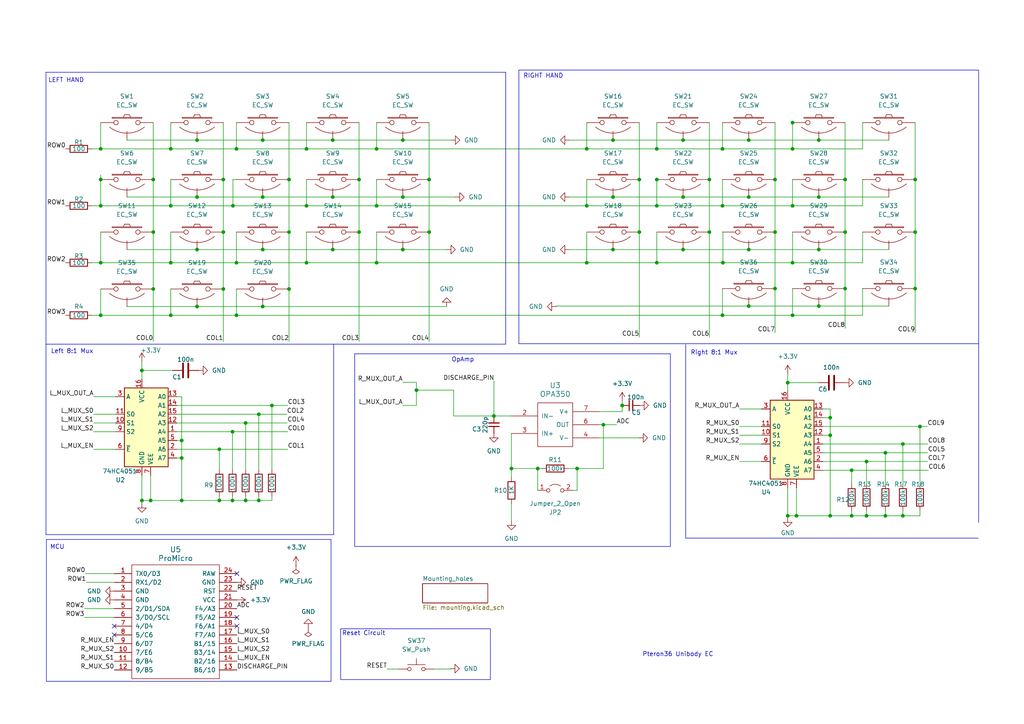
<source format=kicad_sch>
(kicad_sch (version 20230121) (generator eeschema)
  (paper "A4")
  (lib_symbols
    (symbol "74xx:74HC4051"
      (property "Reference" "U" (at -5.08 11.43 0))
      (property "Value" "74HC4051" (at -7.62 -13.97 0))
      (symbol "74HC4051_0_1"
        (rectangle (start -5.08 10.16) (end 7.62 -12.7) (stroke (width 0.254)) (fill (type background)))
      )
      (symbol "74HC4051_1_1"
        (pin passive line (at 10.16 -2.54 180) (length 2.54) (name "A4") (number "1"))
        (pin input line (at -7.62 0 0) (length 2.54) (name "S1") (number "10"))
        (pin input line (at -7.62 2.54 0) (length 2.54) (name "S0") (number "11"))
        (pin passive line (at 10.16 0 180) (length 2.54) (name "A3") (number "12"))
        (pin passive line (at 10.16 7.62 180) (length 2.54) (name "A0") (number "13"))
        (pin passive line (at 10.16 5.08 180) (length 2.54) (name "A1") (number "14"))
        (pin passive line (at 10.16 2.54 180) (length 2.54) (name "A2") (number "15"))
        (pin power_in line (at 0 12.7 270) (length 2.54) (name "VCC") (number "16"))
        (pin passive line (at 10.16 -7.62 180) (length 2.54) (name "A6") (number "2"))
        (pin passive line (at -7.62 7.62 0) (length 2.54) (name "A") (number "3"))
        (pin passive line (at 10.16 -10.16 180) (length 2.54) (name "A7") (number "4"))
        (pin passive line (at 10.16 -5.08 180) (length 2.54) (name "A5") (number "5"))
        (pin input line (at -7.62 -7.62 0) (length 2.54) (name "~{E}") (number "6"))
        (pin power_in line (at 2.54 -15.24 90) (length 2.54) (name "VEE") (number "7"))
        (pin power_in line (at 0 -15.24 90) (length 2.54) (name "GND") (number "8"))
        (pin input line (at -7.62 -2.54 0) (length 2.54) (name "S2") (number "9"))
      )
    )
    (symbol "Device:C" (pin_numbers hide) (pin_names (offset 0.254))
      (property "Reference" "C" (at 0.635 2.54 0))
      (property "Value" "C" (at 0.635 -2.54 0))
      (symbol "C_0_1"
        (polyline (pts (xy -2.032 -0.762) (xy 2.032 -0.762)) (stroke (width 0.508)))
        (polyline (pts (xy -2.032 0.762) (xy 2.032 0.762)) (stroke (width 0.508)))
      )
      (symbol "C_1_1"
        (pin passive line (at 0 3.81 270) (length 2.794) (name "~") (number "1"))
        (pin passive line (at 0 -3.81 90) (length 2.794) (name "~") (number "2"))
      )
    )
    (symbol "Device:C_Small" (pin_numbers hide) (pin_names (offset 0.254) hide)
      (property "Reference" "C" (at 0.254 1.778 0))
      (property "Value" "C_Small" (at 0.254 -2.032 0))
      (symbol "C_Small_0_1"
        (polyline (pts (xy -1.524 -0.508) (xy 1.524 -0.508)) (stroke (width 0.3302)))
        (polyline (pts (xy -1.524 0.508) (xy 1.524 0.508)) (stroke (width 0.3048)))
      )
      (symbol "C_Small_1_1"
        (pin passive line (at 0 2.54 270) (length 2.032) (name "~") (number "1"))
        (pin passive line (at 0 -2.54 90) (length 2.032) (name "~") (number "2"))
      )
    )
    (symbol "Device:R" (pin_numbers hide) (pin_names (offset 0))
      (property "Reference" "R" (at 2.032 0 90))
      (property "Value" "R" (at 0 0 90))
      (symbol "R_0_1"
        (rectangle (start -1.016 -2.54) (end 1.016 2.54) (stroke (width 0.254)))
      )
      (symbol "R_1_1"
        (pin passive line (at 0 3.81 270) (length 1.27) (name "~") (number "1"))
        (pin passive line (at 0 -3.81 90) (length 1.27) (name "~") (number "2"))
      )
    )
    (symbol "Jumper:Jumper_2_Open" (pin_names (offset 0) hide)
      (property "Reference" "JP" (at 0 2.794 0))
      (property "Value" "Jumper_2_Open" (at 0 -2.286 0))
      (symbol "Jumper_2_Open_0_0"
        (circle (center -2.032 0) (radius 0.508))
        (circle (center 2.032 0) (radius 0.508))
      )
      (symbol "Jumper_2_Open_0_1"
        (arc (start 1.524 1.27) (mid 0 1.778) (end -1.524 1.27))
      )
      (symbol "Jumper_2_Open_1_1"
        (pin passive line (at -5.08 0 0) (length 2.54) (name "A") (number "1"))
        (pin passive line (at 5.08 0 180) (length 2.54) (name "B") (number "2"))
      )
    )
    (symbol "Switch:SW_Push" (pin_numbers hide) (pin_names (offset 1.016) hide)
      (property "Reference" "SW" (at 1.27 2.54 0))
      (property "Value" "SW_Push" (at 0 -1.524 0))
      (symbol "SW_Push_0_1"
        (circle (center -2.032 0) (radius 0.508))
        (polyline (pts (xy 0 1.27) (xy 0 3.048)))
        (polyline (pts (xy 2.54 1.27) (xy -2.54 1.27)))
        (circle (center 2.032 0) (radius 0.508))
        (pin passive line (at -5.08 0 0) (length 2.54) (name "1") (number "1"))
        (pin passive line (at 5.08 0 180) (length 2.54) (name "2") (number "2"))
      )
    )
    (symbol "power:+3.3V" (power) (pin_names (offset 0))
      (property "Value" "+3.3V" (at 0 3.556 0))
      (symbol "+3.3V_0_1"
        (polyline (pts (xy -0.762 1.27) (xy 0 2.54)))
        (polyline (pts (xy 0 0) (xy 0 2.54)))
        (polyline (pts (xy 0 2.54) (xy 0.762 1.27)))
      )
      (symbol "+3.3V_1_1"
        (pin power_in line (at 0 0 90) (length 0) hide (name "+3.3V") (number "1"))
      )
    )
    (symbol "power:GND" (power) (pin_names (offset 0))
      (property "Value" "GND" (at 0 -3.81 0))
      (symbol "GND_0_1"
        (polyline (pts (xy 0 0) (xy 0 -1.27) (xy 1.27 -1.27) (xy 0 -2.54) (xy -1.27 -1.27) (xy 0 -1.27)))
      )
      (symbol "GND_1_1"
        (pin power_in line (at 0 0 270) (length 0) hide (name "GND") (number "1"))
      )
    )
    (symbol "power:PWR_FLAG" (power) (pin_numbers hide) (pin_names (offset 0) hide)
      (property "Value" "PWR_FLAG" (at 0 3.81 0))
      (symbol "PWR_FLAG_0_0"
        (pin power_out line (at 0 0 90) (length 0) (name "pwr") (number "1"))
      )
      (symbol "PWR_FLAG_0_1"
        (polyline (pts (xy 0 0) (xy 0 1.27) (xy -1.016 1.905) (xy 0 2.54) (xy 1.016 1.905) (xy 0 1.27)))
      )
    )
    (symbol "pteron_unibody:EC_SW" (pin_numbers hide) (pin_names (offset 1.016) hide)
      (property "Reference" "SW" (at 3.81 2.794 0))
      (property "Value" "EC_SW" (at -3.81 3.81 0))
      (symbol "EC_SW_0_1"
        (arc (start -5.08 -1.27) (mid 0 -3.052) (end 5.08 -1.27))
        (rectangle (start -4.318 1.27) (end 4.318 1.524))
        (polyline (pts (xy -1.016 1.524) (xy -0.762 2.286) (xy 0.762 2.286) (xy 1.016 1.524)))
        (pin passive inverted (at -7.62 0 0) (length 5.08) (name "1") (number "1"))
        (pin passive inverted (at 7.62 0 180) (length 5.08) (name "2") (number "2"))
      )
      (symbol "EC_SW_1_1"
        (pin input line (at 0 -5.08 90) (length 2.54) (name "SG") (number "3"))
      )
    )
    (symbol "pteron_unibody:OPA350" (pin_names (offset 1.016))
      (property "Reference" "U" (at 8.89 -7.62 0))
      (property "Value" "OPA350" (at 5.08 7.62 0))
      (symbol "OPA350_0_1"
        (rectangle (start 0 -6.35) (end 10.16 6.35))
        (pin input line (at -7.62 2.54 0) (length 7.62) (name "IN-") (number "2"))
        (pin input line (at -7.62 -2.54 0) (length 7.62) (name "IN+") (number "3"))
        (pin input line (at 17.78 -3.81 180) (length 7.62) (name "V-") (number "4"))
        (pin input line (at 17.78 0 180) (length 7.62) (name "OUT") (number "6"))
        (pin input line (at 17.78 3.81 180) (length 7.62) (name "V+") (number "7"))
      )
    )
    (symbol "pteron_unibody:ProMicro" (pin_names (offset 1.016))
      (property "Reference" "U" (at 0 19.05 0))
      (property "Value" "ProMicro" (at 0 -19.05 0))
      (symbol "ProMicro_0_1"
        (rectangle (start -12.7 16.51) (end 12.7 -16.51))
      )
      (symbol "ProMicro_1_1"
        (pin bidirectional line (at -17.78 13.97 0) (length 5.08) (name "TX0/D3") (number "1"))
        (pin bidirectional line (at -17.78 -8.89 0) (length 5.08) (name "7/E6") (number "10"))
        (pin bidirectional line (at -17.78 -11.43 0) (length 5.08) (name "8/B4") (number "11"))
        (pin bidirectional line (at -17.78 -13.97 0) (length 5.08) (name "9/B5") (number "12"))
        (pin bidirectional line (at 17.78 -13.97 180) (length 5.08) (name "B6/10") (number "13"))
        (pin bidirectional line (at 17.78 -11.43 180) (length 5.08) (name "B2/16") (number "14"))
        (pin bidirectional line (at 17.78 -8.89 180) (length 5.08) (name "B3/14") (number "15"))
        (pin bidirectional line (at 17.78 -6.35 180) (length 5.08) (name "B1/15") (number "16"))
        (pin bidirectional line (at 17.78 -3.81 180) (length 5.08) (name "F7/A0") (number "17"))
        (pin bidirectional line (at 17.78 -1.27 180) (length 5.08) (name "F6/A1") (number "18"))
        (pin bidirectional line (at 17.78 1.27 180) (length 5.08) (name "F5/A2") (number "19"))
        (pin bidirectional line (at -17.78 11.43 0) (length 5.08) (name "RX1/D2") (number "2"))
        (pin bidirectional line (at 17.78 3.81 180) (length 5.08) (name "F4/A3") (number "20"))
        (pin power_in line (at 17.78 6.35 180) (length 5.08) (name "VCC") (number "21"))
        (pin input line (at 17.78 8.89 180) (length 5.08) (name "RST") (number "22"))
        (pin power_in line (at 17.78 11.43 180) (length 5.08) (name "GND") (number "23"))
        (pin power_out line (at 17.78 13.97 180) (length 5.08) (name "RAW") (number "24"))
        (pin power_in line (at -17.78 8.89 0) (length 5.08) (name "GND") (number "3"))
        (pin power_in line (at -17.78 6.35 0) (length 5.08) (name "GND") (number "4"))
        (pin bidirectional line (at -17.78 3.81 0) (length 5.08) (name "2/D1/SDA") (number "5"))
        (pin bidirectional line (at -17.78 1.27 0) (length 5.08) (name "3/D0/SCL") (number "6"))
        (pin bidirectional line (at -17.78 -1.27 0) (length 5.08) (name "4/D4") (number "7"))
        (pin bidirectional line (at -17.78 -3.81 0) (length 5.08) (name "5/C6") (number "8"))
        (pin bidirectional line (at -17.78 -6.35 0) (length 5.08) (name "6/D7") (number "9"))
      )
    )
  )
  (junction (at 247.015 149.606))
  (junction (at 67.437 145.161))
  (junction (at 78.867 117.602))
  (junction (at 67.437 125.222))
  (junction (at 68.58 76.2))
  (junction (at 104.14 67.31))
  (junction (at 57.15 57.15))
  (junction (at 217.17 57.15))
  (junction (at 167.386 135.89))
  (junction (at 245.11 67.31))
  (junction (at 41.148 145.161))
  (junction (at 29.21 91.44))
  (junction (at 29.21 76.2))
  (junction (at 116.84 57.15))
  (junction (at 245.11 52.07))
  (junction (at 109.22 43.18))
  (junction (at 261.874 149.606))
  (junction (at 43.688 145.161))
  (junction (at 209.55 43.18))
  (junction (at 209.55 59.69))
  (junction (at 190.5 43.18))
  (junction (at 67.564 59.69))
  (junction (at 237.49 88.773))
  (junction (at 251.333 133.858))
  (junction (at 120.777 113.157))
  (junction (at 83.82 83.82))
  (junction (at 209.677 76.2))
  (junction (at 124.46 67.31))
  (junction (at 185.42 67.31))
  (junction (at 177.8 57.15))
  (junction (at 265.43 83.693))
  (junction (at 49.53 91.44))
  (junction (at 265.43 52.07))
  (junction (at 237.49 40.64))
  (junction (at 177.8 72.39))
  (junction (at 229.87 59.69))
  (junction (at 44.45 52.07))
  (junction (at 185.42 52.07))
  (junction (at 109.22 59.69))
  (junction (at 83.82 52.07))
  (junction (at 224.79 83.693))
  (junction (at 49.53 43.18))
  (junction (at 64.77 67.31))
  (junction (at 63.627 130.302))
  (junction (at 75.057 145.161))
  (junction (at 49.53 76.2))
  (junction (at 229.87 43.18))
  (junction (at 266.827 123.698))
  (junction (at 52.705 132.842))
  (junction (at 170.18 43.18))
  (junction (at 29.21 52.07))
  (junction (at 57.15 40.64))
  (junction (at 155.956 135.89))
  (junction (at 217.17 40.64))
  (junction (at 71.247 122.682))
  (junction (at 265.43 67.31))
  (junction (at 256.794 149.606))
  (junction (at 88.9 59.69))
  (junction (at 251.333 149.606))
  (junction (at 190.5 52.07))
  (junction (at 224.79 67.31))
  (junction (at 198.12 40.64))
  (junction (at 209.55 91.44))
  (junction (at 83.82 67.31))
  (junction (at 76.2 40.64))
  (junction (at 49.53 59.69))
  (junction (at 148.336 135.89))
  (junction (at 143.256 120.65))
  (junction (at 109.22 76.2))
  (junction (at 224.79 52.07))
  (junction (at 64.77 52.07))
  (junction (at 116.84 72.39))
  (junction (at 52.705 145.161))
  (junction (at 64.77 83.82))
  (junction (at 237.49 72.39))
  (junction (at 88.9 43.18))
  (junction (at 237.49 57.15))
  (junction (at 190.5 76.2))
  (junction (at 41.148 107.442))
  (junction (at 247.015 136.398))
  (junction (at 68.58 43.18))
  (junction (at 177.8 40.64))
  (junction (at 170.18 76.2))
  (junction (at 44.45 83.82))
  (junction (at 261.874 128.778))
  (junction (at 228.473 110.998))
  (junction (at 124.46 52.07))
  (junction (at 170.18 59.69))
  (junction (at 198.12 57.15))
  (junction (at 245.11 83.693))
  (junction (at 104.14 52.07))
  (junction (at 96.52 57.15))
  (junction (at 71.247 145.161))
  (junction (at 205.74 67.31))
  (junction (at 229.87 76.2))
  (junction (at 205.74 52.07))
  (junction (at 96.52 40.64))
  (junction (at 240.792 149.606))
  (junction (at 76.2 72.39))
  (junction (at 190.5 59.69))
  (junction (at 180.467 117.602))
  (junction (at 57.15 88.9))
  (junction (at 231.013 149.606))
  (junction (at 29.21 43.18))
  (junction (at 240.792 126.238))
  (junction (at 52.705 127.762))
  (junction (at 63.627 145.161))
  (junction (at 229.87 35.56))
  (junction (at 240.792 121.158))
  (junction (at 217.17 72.39))
  (junction (at 75.057 120.142))
  (junction (at 116.84 40.64))
  (junction (at 44.45 67.31))
  (junction (at 228.473 149.606))
  (junction (at 57.15 72.39))
  (junction (at 229.87 91.44))
  (junction (at 68.58 91.44))
  (junction (at 76.2 88.9))
  (junction (at 29.21 59.69))
  (junction (at 217.17 88.773))
  (junction (at 198.12 72.39))
  (junction (at 175.006 123.19))
  (junction (at 76.2 57.15))
  (junction (at 96.52 72.39))
  (junction (at 256.794 131.318))
  (junction (at 88.9 76.2))
  (no_connect (at 68.707 179.07))
  (no_connect (at 68.707 181.61))
  (no_connect (at 33.147 181.61))
  (no_connect (at 68.707 166.37))
  (no_connect (at 33.147 184.15))
  (wire (pts (xy 229.87 52.07) (xy 229.87 59.69)))
  (wire (pts (xy 109.22 52.07) (xy 109.22 59.69)))
  (wire (pts (xy 238.633 131.318) (xy 256.794 131.318)))
  (wire (pts (xy 120.777 113.157) (xy 131.572 113.157)))
  (wire (pts (xy 83.82 83.82) (xy 83.82 99.06)))
  (wire (pts (xy 109.22 76.2) (xy 170.18 76.2)))
  (wire (pts (xy 49.53 43.18) (xy 68.58 43.18)))
  (wire (pts (xy 52.705 132.842) (xy 52.705 145.161)))
  (wire (pts (xy 44.45 35.56) (xy 44.45 52.07)))
  (wire (pts (xy 148.336 125.73) (xy 148.336 135.89)))
  (polyline (pts (xy 283.845 99.695) (xy 283.845 151.511)))
  (wire (pts (xy 125.857 194.056) (xy 130.683 194.056)))
  (wire (pts (xy 67.437 125.222) (xy 67.437 136.271)))
  (wire (pts (xy 228.473 110.998) (xy 237.363 110.998)))
  (wire (pts (xy 170.18 67.31) (xy 170.18 76.2)))
  (wire (pts (xy 229.87 35.56) (xy 229.87 43.18)))
  (wire (pts (xy 161.417 88.773) (xy 161.417 88.9)))
  (wire (pts (xy 231.013 149.606) (xy 240.792 149.606)))
  (wire (pts (xy 240.792 118.618) (xy 240.792 121.158)))
  (wire (pts (xy 75.057 120.142) (xy 83.185 120.142)))
  (wire (pts (xy 76.2 40.64) (xy 96.52 40.64)))
  (wire (pts (xy 173.736 127) (xy 185.293 127)))
  (wire (pts (xy 185.42 52.07) (xy 185.42 67.31)))
  (wire (pts (xy 36.83 72.39) (xy 57.15 72.39)))
  (wire (pts (xy 25.019 168.91) (xy 33.147 168.91)))
  (wire (pts (xy 164.846 135.89) (xy 167.386 135.89)))
  (wire (pts (xy 238.633 133.858) (xy 251.333 133.858)))
  (wire (pts (xy 148.336 135.89) (xy 148.336 138.43)))
  (wire (pts (xy 173.736 119.38) (xy 180.467 119.38)))
  (wire (pts (xy 261.874 148.082) (xy 261.874 149.606)))
  (wire (pts (xy 257.81 40.64) (xy 237.49 40.64)))
  (wire (pts (xy 190.5 67.31) (xy 190.5 76.2)))
  (wire (pts (xy 173.736 123.19) (xy 175.006 123.19)))
  (wire (pts (xy 247.015 148.082) (xy 247.015 149.606)))
  (wire (pts (xy 131.572 113.157) (xy 131.572 120.65)))
  (wire (pts (xy 124.46 35.56) (xy 124.46 52.07)))
  (wire (pts (xy 185.42 67.31) (xy 185.42 97.79)))
  (wire (pts (xy 167.386 135.89) (xy 167.386 142.24)))
  (wire (pts (xy 64.77 52.07) (xy 64.77 67.31)))
  (wire (pts (xy 148.336 135.89) (xy 155.956 135.89)))
  (wire (pts (xy 29.21 91.44) (xy 49.53 91.44)))
  (wire (pts (xy 250.19 43.18) (xy 250.19 35.56)))
  (wire (pts (xy 266.827 123.698) (xy 268.986 123.698)))
  (wire (pts (xy 251.333 133.858) (xy 269.113 133.858)))
  (wire (pts (xy 266.827 148.082) (xy 266.827 149.606)))
  (wire (pts (xy 217.17 88.773) (xy 237.49 88.773)))
  (wire (pts (xy 51.308 115.062) (xy 52.705 115.062)))
  (wire (pts (xy 209.55 52.07) (xy 209.55 59.69)))
  (wire (pts (xy 49.53 59.69) (xy 67.564 59.69)))
  (wire (pts (xy 190.5 51.943) (xy 190.5 52.07)))
  (wire (pts (xy 124.46 52.07) (xy 124.46 67.31)))
  (wire (pts (xy 247.015 149.606) (xy 251.333 149.606)))
  (wire (pts (xy 51.308 120.142) (xy 75.057 120.142)))
  (wire (pts (xy 177.8 57.15) (xy 165.1 57.15)))
  (wire (pts (xy 245.11 35.56) (xy 245.11 52.07)))
  (wire (pts (xy 170.18 52.07) (xy 170.18 59.69)))
  (wire (pts (xy 217.17 40.64) (xy 237.49 40.64)))
  (wire (pts (xy 231.013 149.606) (xy 231.013 141.478)))
  (wire (pts (xy 75.057 120.142) (xy 75.057 136.271)))
  (wire (pts (xy 240.792 121.158) (xy 240.792 126.238)))
  (wire (pts (xy 63.627 130.302) (xy 83.439 130.302)))
  (wire (pts (xy 88.9 76.2) (xy 109.22 76.2)))
  (wire (pts (xy 238.633 123.698) (xy 266.827 123.698)))
  (wire (pts (xy 209.55 43.18) (xy 229.87 43.18)))
  (wire (pts (xy 229.87 43.18) (xy 250.19 43.18)))
  (wire (pts (xy 224.79 35.56) (xy 224.79 52.07)))
  (wire (pts (xy 29.21 52.07) (xy 29.21 59.69)))
  (wire (pts (xy 170.18 35.56) (xy 170.18 43.18)))
  (wire (pts (xy 209.55 83.693) (xy 209.55 91.44)))
  (wire (pts (xy 266.827 123.698) (xy 266.827 140.462)))
  (polyline (pts (xy 96.774 100.203) (xy 96.774 155.067)))
  (wire (pts (xy 78.867 117.602) (xy 78.867 136.271)))
  (wire (pts (xy 148.336 146.05) (xy 148.336 151.13)))
  (wire (pts (xy 96.52 40.64) (xy 116.84 40.64)))
  (wire (pts (xy 209.677 76.2) (xy 229.87 76.2)))
  (wire (pts (xy 78.867 143.891) (xy 78.867 145.161)))
  (wire (pts (xy 214.503 128.778) (xy 220.853 128.778)))
  (wire (pts (xy 96.52 72.39) (xy 116.84 72.39)))
  (wire (pts (xy 68.58 76.2) (xy 88.9 76.2)))
  (wire (pts (xy 29.21 76.2) (xy 49.53 76.2)))
  (wire (pts (xy 185.42 35.56) (xy 185.42 52.07)))
  (wire (pts (xy 27.178 115.062) (xy 33.528 115.062)))
  (wire (pts (xy 265.43 83.693) (xy 265.43 96.52)))
  (wire (pts (xy 180.467 117.602) (xy 180.467 119.38)))
  (wire (pts (xy 245.11 52.07) (xy 245.11 67.31)))
  (wire (pts (xy 190.5 76.2) (xy 209.677 76.2)))
  (wire (pts (xy 26.67 91.44) (xy 29.21 91.44)))
  (wire (pts (xy 175.006 135.89) (xy 167.386 135.89)))
  (wire (pts (xy 170.18 76.2) (xy 190.5 76.2)))
  (wire (pts (xy 229.87 67.31) (xy 229.87 76.2)))
  (wire (pts (xy 175.006 123.19) (xy 178.816 123.19)))
  (wire (pts (xy 36.83 40.64) (xy 57.15 40.64)))
  (wire (pts (xy 190.5 59.69) (xy 209.55 59.69)))
  (wire (pts (xy 71.247 122.682) (xy 71.247 136.271)))
  (wire (pts (xy 88.9 35.56) (xy 88.9 43.18)))
  (wire (pts (xy 190.5 43.18) (xy 209.55 43.18)))
  (wire (pts (xy 214.503 118.618) (xy 220.853 118.618)))
  (wire (pts (xy 68.58 83.82) (xy 68.58 91.44)))
  (wire (pts (xy 41.148 145.161) (xy 41.148 146.05)))
  (wire (pts (xy 170.18 43.18) (xy 190.5 43.18)))
  (wire (pts (xy 217.17 57.15) (xy 237.49 57.15)))
  (wire (pts (xy 51.308 122.682) (xy 71.247 122.682)))
  (wire (pts (xy 29.21 83.82) (xy 29.21 91.44)))
  (wire (pts (xy 238.633 136.398) (xy 247.015 136.398)))
  (wire (pts (xy 170.18 59.69) (xy 190.5 59.69)))
  (wire (pts (xy 67.437 125.222) (xy 83.439 125.222)))
  (polyline (pts (xy 13.335 99.822) (xy 13.335 154.686)))
  (wire (pts (xy 161.29 88.9) (xy 161.417 88.9)))
  (wire (pts (xy 43.688 145.161) (xy 52.705 145.161)))
  (wire (pts (xy 27.178 125.222) (xy 33.528 125.222)))
  (wire (pts (xy 214.503 126.238) (xy 220.853 126.238)))
  (polyline (pts (xy 283.718 156.083) (xy 198.882 156.083)))
  (wire (pts (xy 29.21 67.31) (xy 29.21 76.2)))
  (wire (pts (xy 88.9 52.07) (xy 88.9 59.69)))
  (wire (pts (xy 120.777 110.871) (xy 120.777 113.157)))
  (wire (pts (xy 24.765 166.37) (xy 33.147 166.37)))
  (wire (pts (xy 143.383 110.617) (xy 143.256 110.617)))
  (wire (pts (xy 67.437 143.891) (xy 67.437 145.161)))
  (wire (pts (xy 209.55 91.44) (xy 229.87 91.44)))
  (wire (pts (xy 76.2 57.15) (xy 96.52 57.15)))
  (wire (pts (xy 116.84 40.64) (xy 130.81 40.64)))
  (wire (pts (xy 238.633 126.238) (xy 240.792 126.238)))
  (wire (pts (xy 88.9 43.18) (xy 109.22 43.18)))
  (wire (pts (xy 167.386 142.24) (xy 166.116 142.24)))
  (wire (pts (xy 52.705 127.762) (xy 52.705 132.842)))
  (wire (pts (xy 250.19 76.2) (xy 250.19 67.31)))
  (wire (pts (xy 104.14 52.07) (xy 104.14 67.31)))
  (wire (pts (xy 26.67 76.2) (xy 29.21 76.2)))
  (wire (pts (xy 49.53 52.07) (xy 49.53 59.69)))
  (wire (pts (xy 67.437 145.161) (xy 71.247 145.161)))
  (wire (pts (xy 205.74 67.31) (xy 205.74 97.79)))
  (wire (pts (xy 143.256 120.65) (xy 143.256 110.617)))
  (wire (pts (xy 63.627 143.891) (xy 63.627 145.161)))
  (wire (pts (xy 190.5 35.56) (xy 190.5 43.18)))
  (wire (pts (xy 231.013 149.606) (xy 228.473 149.606)))
  (wire (pts (xy 229.87 76.2) (xy 250.19 76.2)))
  (wire (pts (xy 52.705 115.062) (xy 52.705 127.762)))
  (wire (pts (xy 265.43 67.31) (xy 265.43 83.693)))
  (wire (pts (xy 57.15 72.39) (xy 76.2 72.39)))
  (wire (pts (xy 88.9 67.31) (xy 88.9 76.2)))
  (wire (pts (xy 240.792 126.238) (xy 240.792 149.606)))
  (wire (pts (xy 177.8 40.64) (xy 198.12 40.64)))
  (wire (pts (xy 24.511 176.53) (xy 33.147 176.53)))
  (wire (pts (xy 44.45 67.31) (xy 44.45 83.82)))
  (wire (pts (xy 229.87 91.44) (xy 250.19 91.44)))
  (wire (pts (xy 36.83 57.15) (xy 57.15 57.15)))
  (wire (pts (xy 29.21 59.69) (xy 49.53 59.69)))
  (wire (pts (xy 155.956 135.89) (xy 155.956 142.24)))
  (wire (pts (xy 44.45 83.82) (xy 44.45 99.06)))
  (wire (pts (xy 229.87 83.693) (xy 229.87 91.44)))
  (wire (pts (xy 51.308 117.602) (xy 78.867 117.602)))
  (wire (pts (xy 75.057 145.161) (xy 78.867 145.161)))
  (wire (pts (xy 68.58 43.18) (xy 88.9 43.18)))
  (wire (pts (xy 52.705 145.161) (xy 63.627 145.161)))
  (wire (pts (xy 112.268 194.056) (xy 115.697 194.056)))
  (wire (pts (xy 251.333 149.606) (xy 256.794 149.606)))
  (wire (pts (xy 131.572 120.65) (xy 143.256 120.65)))
  (wire (pts (xy 51.308 125.222) (xy 67.437 125.222)))
  (wire (pts (xy 198.12 57.15) (xy 217.17 57.15)))
  (wire (pts (xy 68.58 35.56) (xy 68.58 43.18)))
  (wire (pts (xy 175.006 123.19) (xy 175.006 135.89)))
  (wire (pts (xy 256.794 148.082) (xy 256.794 149.606)))
  (wire (pts (xy 78.867 117.602) (xy 83.439 117.602)))
  (wire (pts (xy 24.511 179.07) (xy 33.147 179.07)))
  (wire (pts (xy 256.794 131.318) (xy 256.794 140.462)))
  (wire (pts (xy 49.53 91.44) (xy 68.58 91.44)))
  (wire (pts (xy 88.9 59.69) (xy 109.22 59.69)))
  (wire (pts (xy 228.473 149.606) (xy 228.473 141.478)))
  (wire (pts (xy 41.148 137.922) (xy 41.148 145.161)))
  (wire (pts (xy 57.15 57.15) (xy 76.2 57.15)))
  (wire (pts (xy 224.79 52.07) (xy 224.79 67.31)))
  (wire (pts (xy 83.82 52.07) (xy 83.82 67.31)))
  (wire (pts (xy 224.79 83.693) (xy 224.79 96.52)))
  (wire (pts (xy 177.8 72.39) (xy 198.12 72.39)))
  (wire (pts (xy 205.74 35.56) (xy 205.74 52.07)))
  (wire (pts (xy 116.84 110.871) (xy 120.777 110.871)))
  (wire (pts (xy 177.8 57.15) (xy 198.12 57.15)))
  (wire (pts (xy 109.22 43.18) (xy 170.18 43.18)))
  (wire (pts (xy 245.11 67.31) (xy 245.11 83.693)))
  (wire (pts (xy 247.015 136.398) (xy 247.015 140.462)))
  (wire (pts (xy 177.8 40.64) (xy 165.1 40.64)))
  (wire (pts (xy 251.333 133.858) (xy 251.333 140.462)))
  (wire (pts (xy 209.55 59.69) (xy 229.87 59.69)))
  (wire (pts (xy 68.58 67.31) (xy 68.58 76.2)))
  (wire (pts (xy 49.53 76.2) (xy 68.58 76.2)))
  (wire (pts (xy 177.8 72.39) (xy 165.1 72.39)))
  (wire (pts (xy 36.83 88.9) (xy 57.15 88.9)))
  (wire (pts (xy 224.79 67.31) (xy 224.79 83.693)))
  (wire (pts (xy 96.52 57.15) (xy 116.84 57.15)))
  (wire (pts (xy 51.308 127.762) (xy 52.705 127.762)))
  (wire (pts (xy 26.67 59.69) (xy 29.21 59.69)))
  (wire (pts (xy 41.148 107.442) (xy 41.148 109.982)))
  (wire (pts (xy 155.956 135.89) (xy 157.226 135.89)))
  (wire (pts (xy 209.677 67.31) (xy 209.677 76.2)))
  (wire (pts (xy 51.308 130.302) (xy 63.627 130.302)))
  (wire (pts (xy 71.247 145.161) (xy 75.057 145.161)))
  (wire (pts (xy 250.19 59.69) (xy 250.19 52.07)))
  (wire (pts (xy 198.12 40.64) (xy 217.17 40.64)))
  (wire (pts (xy 261.874 149.606) (xy 266.827 149.606)))
  (wire (pts (xy 116.84 117.602) (xy 120.777 117.602)))
  (wire (pts (xy 209.55 35.56) (xy 209.55 43.18)))
  (wire (pts (xy 180.467 116.332) (xy 180.467 117.602)))
  (wire (pts (xy 104.14 35.56) (xy 104.14 52.07)))
  (wire (pts (xy 250.19 91.44) (xy 250.19 83.693)))
  (wire (pts (xy 76.2 88.9) (xy 129.54 88.9)))
  (wire (pts (xy 41.148 145.161) (xy 43.688 145.161)))
  (wire (pts (xy 228.473 149.606) (xy 228.473 150.241)))
  (wire (pts (xy 43.688 145.161) (xy 43.688 137.922)))
  (wire (pts (xy 109.22 59.69) (xy 170.18 59.69)))
  (wire (pts (xy 27.178 130.302) (xy 33.528 130.302)))
  (wire (pts (xy 44.45 52.07) (xy 44.45 67.31)))
  (wire (pts (xy 29.21 50.8) (xy 29.21 52.07)))
  (wire (pts (xy 228.473 110.998) (xy 228.473 113.538)))
  (wire (pts (xy 217.17 72.39) (xy 237.49 72.39)))
  (wire (pts (xy 71.247 143.891) (xy 71.247 145.161)))
  (wire (pts (xy 57.15 88.9) (xy 76.2 88.9)))
  (wire (pts (xy 26.67 43.18) (xy 29.21 43.18)))
  (wire (pts (xy 214.503 123.698) (xy 220.853 123.698)))
  (wire (pts (xy 68.58 91.44) (xy 209.55 91.44)))
  (wire (pts (xy 67.564 59.69) (xy 88.9 59.69)))
  (wire (pts (xy 83.82 67.31) (xy 83.82 83.82)))
  (wire (pts (xy 130.683 194.056) (xy 130.683 193.929)))
  (wire (pts (xy 251.333 148.082) (xy 251.333 149.606)))
  (wire (pts (xy 229.87 35.433) (xy 229.87 35.56)))
  (wire (pts (xy 27.178 120.142) (xy 33.528 120.142)))
  (wire (pts (xy 63.627 136.271) (xy 63.627 130.302)))
  (wire (pts (xy 76.2 72.39) (xy 96.52 72.39)))
  (wire (pts (xy 75.057 143.891) (xy 75.057 145.161)))
  (wire (pts (xy 209.55 67.31) (xy 209.677 67.31)))
  (wire (pts (xy 64.77 67.31) (xy 64.77 83.82)))
  (wire (pts (xy 245.11 83.693) (xy 245.11 95.25)))
  (wire (pts (xy 214.503 133.858) (xy 220.853 133.858)))
  (wire (pts (xy 109.22 67.31) (xy 109.22 76.2)))
  (wire (pts (xy 27.178 122.682) (xy 33.528 122.682)))
  (polyline (pts (xy 96.774 99.822) (xy 96.774 100.203)))
  (wire (pts (xy 143.256 120.65) (xy 148.336 120.65)))
  (wire (pts (xy 41.148 104.902) (xy 41.148 107.442)))
  (wire (pts (xy 261.874 128.778) (xy 261.874 140.462)))
  (wire (pts (xy 265.43 52.07) (xy 265.43 67.31)))
  (wire (pts (xy 247.015 136.398) (xy 269.24 136.398)))
  (wire (pts (xy 229.87 59.69) (xy 250.19 59.69)))
  (wire (pts (xy 41.148 107.442) (xy 50.038 107.442)))
  (wire (pts (xy 109.22 35.56) (xy 109.22 43.18)))
  (wire (pts (xy 265.43 35.56) (xy 265.43 52.07)))
  (polyline (pts (xy 13.335 154.686) (xy 13.335 155.067)))
  (wire (pts (xy 49.53 67.31) (xy 49.53 76.2)))
  (wire (pts (xy 198.12 72.39) (xy 217.17 72.39)))
  (wire (pts (xy 205.74 52.07) (xy 205.74 67.31)))
  (wire (pts (xy 124.46 67.31) (xy 124.46 99.06)))
  (wire (pts (xy 238.633 128.778) (xy 261.874 128.778)))
  (wire (pts (xy 238.633 121.158) (xy 240.792 121.158)))
  (wire (pts (xy 256.794 149.606) (xy 261.874 149.606)))
  (wire (pts (xy 120.777 117.602) (xy 120.777 113.157)))
  (wire (pts (xy 67.564 52.07) (xy 67.564 59.69)))
  (polyline (pts (xy 13.335 155.067) (xy 96.774 155.067)))
  (wire (pts (xy 190.5 52.07) (xy 190.5 59.69)))
  (polyline (pts (xy 198.882 99.949) (xy 198.882 156.083)))
  (wire (pts (xy 29.21 43.18) (xy 49.53 43.18)))
  (wire (pts (xy 237.49 88.773) (xy 257.81 88.773)))
  (wire (pts (xy 116.84 72.39) (xy 129.54 72.39)))
  (wire (pts (xy 51.308 132.842) (xy 52.705 132.842)))
  (wire (pts (xy 29.21 35.56) (xy 29.21 43.18)))
  (wire (pts (xy 49.53 35.56) (xy 49.53 43.18)))
  (wire (pts (xy 228.473 108.458) (xy 228.473 110.998)))
  (wire (pts (xy 256.794 131.318) (xy 269.113 131.318)))
  (wire (pts (xy 257.81 72.39) (xy 237.49 72.39)))
  (wire (pts (xy 217.17 88.773) (xy 161.417 88.773)))
  (wire (pts (xy 63.627 145.161) (xy 67.437 145.161)))
  (wire (pts (xy 240.792 149.606) (xy 247.015 149.606)))
  (wire (pts (xy 238.633 118.618) (xy 240.792 118.618)))
  (wire (pts (xy 64.77 83.82) (xy 64.77 99.06)))
  (wire (pts (xy 64.77 35.56) (xy 64.77 52.07)))
  (wire (pts (xy 104.14 67.31) (xy 104.14 99.06)))
  (wire (pts (xy 71.247 122.682) (xy 83.312 122.682)))
  (wire (pts (xy 57.15 40.64) (xy 76.2 40.64)))
  (wire (pts (xy 261.874 128.778) (xy 269.113 128.778)))
  (wire (pts (xy 83.82 35.56) (xy 83.82 52.07)))
  (wire (pts (xy 49.53 83.82) (xy 49.53 91.44)))
  (wire (pts (xy 116.84 57.15) (xy 132.08 57.15)))
  (wire (pts (xy 67.564 52.07) (xy 68.58 52.07)))
  (wire (pts (xy 257.81 57.15) (xy 237.49 57.15)))
  (rectangle (start 13.462 156.464) (end 96.012 197.612))
  (rectangle (start 13.335 20.955) (end 13.335 20.955))
  (rectangle (start 102.87 102.616) (end 194.437 158.496))
  (rectangle (start 13.335 20.955) (end 146.685 99.822))
  (rectangle (start 98.806 182.372) (end 142.24 197.104))
  (rectangle (start 150.495 20.32) (end 283.845 99.695))
  (text "MCU" (at 14.478 159.512 0) (effects (font (size 1.27 1.27)) (justify left bottom)))
  (text "RIGHT HAND" (at 151.765 22.86 0) (effects (font (size 1.27 1.27)) (justify left bottom)))
  (text "Right 8:1 Mux" (at 200.279 103.124 0) (effects (font (size 1.27 1.27)) (justify left bottom)))
  (text "Pteron36 Unibody EC" (at 186.309 190.627 0) (effects (font (size 1.27 1.27)) (justify left bottom)))
  (text "Reset Circuit" (at 99.187 184.531 0) (effects (font (size 1.27 1.27)) (justify left bottom)))
  (text "OpAmp" (at 130.937 105.156 0) (effects (font (size 1.27 1.27)) (justify left bottom)))
  (text "Left 8:1 Mux" (at 14.732 102.743 0) (effects (font (size 1.27 1.27)) (justify left bottom)))
  (text "LEFT HAND" (at 13.97 24.13 0) (effects (font (size 1.27 1.27)) (justify left bottom)))
  (label "DISCHARGE_PIN" (at 68.707 194.31 0))
  (label "COL6" (at 205.74 97.79 180))
  (label "ROW3" (at 19.05 91.44 180))
  (label "COL5" (at 269.113 131.318 0))
  (label "ADC" (at 178.816 123.19 0))
  (label "L_MUX_S2" (at 27.178 125.222 180))
  (label "ADC" (at 68.707 176.53 0))
  (label "R_MUX_EN" (at 33.147 186.69 180))
  (label "L_MUX_S0" (at 68.707 184.15 0))
  (label "COL3" (at 104.14 99.06 180))
  (label "RESET" (at 112.268 194.056 180))
  (label "COL3" (at 83.439 117.602 0))
  (label "R_MUX_S1" (at 33.147 191.77 180))
  (label "R_MUX_S0" (at 33.147 194.31 180))
  (label "R_MUX_OUT_A" (at 214.503 118.618 180))
  (label "COL4" (at 124.46 99.06 180))
  (label "ROW2" (at 24.511 176.53 180))
  (label "COL8" (at 269.113 128.778 0))
  (label "DISCHARGE_PIN" (at 143.383 110.617 180))
  (label "COL0" (at 83.439 125.222 0))
  (label "COL9" (at 265.43 96.52 180))
  (label "COL1" (at 64.77 99.06 180))
  (label "ROW2" (at 19.05 76.2 180))
  (label "L_MUX_S1" (at 68.707 186.69 0))
  (label "ROW0" (at 24.765 166.37 180))
  (label "ROW0" (at 19.05 43.18 180))
  (label "R_MUX_S2" (at 214.503 128.778 180))
  (label "L_MUX_S0" (at 27.178 120.142 180))
  (label "COL8" (at 245.11 95.25 180))
  (label "ROW1" (at 19.05 59.69 180))
  (label "R_MUX_S1" (at 214.503 126.238 180))
  (label "COL5" (at 185.42 97.79 180))
  (label "ROW1" (at 25.019 168.91 180))
  (label "RESET" (at 68.707 171.45 0))
  (label "L_MUX_EN" (at 68.707 191.77 0))
  (label "L_MUX_S2" (at 68.707 189.23 0))
  (label "L_MUX_OUT_A" (at 116.84 117.602 180))
  (label "COL4" (at 83.312 122.682 0))
  (label "L_MUX_S1" (at 27.178 122.682 180))
  (label "R_MUX_S0" (at 214.503 123.698 180))
  (label "COL0" (at 44.45 99.06 180))
  (label "COL9" (at 268.986 123.698 0))
  (label "R_MUX_S2" (at 33.147 189.23 180))
  (label "COL2" (at 83.185 120.142 0))
  (label "COL7" (at 224.79 96.52 180))
  (label "R_MUX_OUT_A" (at 116.84 110.871 180))
  (label "L_MUX_EN" (at 27.178 130.302 180))
  (label "COL7" (at 269.113 133.858 0))
  (label "L_MUX_OUT_A" (at 27.178 115.062 180))
  (label "ROW3" (at 24.511 179.07 180))
  (label "COL1" (at 83.439 130.302 0))
  (label "COL2" (at 83.82 99.06 180))
  (label "COL6" (at 269.24 136.398 0))
  (label "R_MUX_EN" (at 214.503 133.858 180))
  (symbol (lib_id "pteron_unibody:EC_SW") (at 217.17 67.31 0) (unit 1)
    (property "Reference" "SW26" (at 217.17 59.69 0))
    (property "Value" "EC_SW" (at 217.17 62.23 0))
    (property "Footprint" "pteron_unibody_ec:ecs_pad_1U_no_ring_90_fix" (effects hide))
  )
  (symbol (lib_id "power:GND") (at 57.658 107.442 90) (unit 1)
    (property "Reference" "#PWR010" (effects hide))
    (property "Value" "GND" (at 61.468 107.442 90) (effects (justify right)))
  )
  (symbol (lib_id "Device:R") (at 71.247 140.081 0) (unit 1)
    (property "Reference" "R7" (effects hide))
    (property "Value" "100k" (at 71.247 142.621 90) (effects (justify left)))
    (property "Footprint" "Resistor_SMD:R_0805_2012Metric_Pad1.20x1.40mm_HandSolder" (effects hide))
  )
  (symbol (lib_id "power:GND") (at 130.81 40.64 90) (unit 1)
    (property "Reference" "#PWR08" (effects hide))
    (property "Value" "GND" (at 134.62 40.64 90) (effects (justify right)))
  )
  (symbol (lib_id "power:GND") (at 185.293 127 90) (unit 1)
    (property "Reference" "#PWR017" (effects hide))
    (property "Value" "GND" (at 189.103 127 90) (effects (justify right)))
  )
  (symbol (lib_id "pteron_unibody:EC_SW") (at 57.15 83.82 0) (unit 1)
    (property "Reference" "SW19" (at 57.15 76.2 0))
    (property "Value" "EC_SW" (at 57.15 78.74 0))
    (property "Footprint" "pteron_unibody_ec:ecs_pad_1U_no_ring_90deg" (effects hide))
  )
  (symbol (lib_id "power:GND") (at 165.1 40.64 270) (unit 1)
    (property "Reference" "#PWR01" (effects hide))
    (property "Value" "GND" (at 161.29 40.64 90) (effects (justify right)))
  )
  (symbol (lib_id "power:GND") (at 161.29 88.9 270) (unit 1)
    (property "Reference" "#PWR04" (effects hide))
    (property "Value" "GND" (at 157.48 88.9 90) (effects (justify right)))
  )
  (symbol (lib_id "pteron_unibody:EC_SW") (at 177.8 67.31 0) (unit 1)
    (property "Reference" "SW18" (at 177.8 59.69 0))
    (property "Value" "EC_SW" (at 177.8 62.23 0))
    (property "Footprint" "pteron_unibody_ec:ecs_pad_1U_no_ring_90_fix" (effects hide))
  )
  (symbol (lib_id "Device:R") (at 22.86 59.69 90) (unit 1)
    (property "Reference" "R2" (at 22.86 57.785 90))
    (property "Value" "100" (at 22.86 59.69 90))
    (property "Footprint" "Resistor_SMD:R_0805_2012Metric_Pad1.20x1.40mm_HandSolder" (effects hide))
  )
  (symbol (lib_id "pteron_unibody:EC_SW") (at 257.81 67.31 0) (unit 1)
    (property "Reference" "SW33" (at 257.81 59.69 0))
    (property "Value" "EC_SW" (at 257.81 62.23 0))
    (property "Footprint" "pteron_unibody_ec:ecs_pad_1U_no_ring_90_fix" (effects hide))
  )
  (symbol (lib_id "power:GND") (at 129.54 88.9 180) (unit 1)
    (property "Reference" "#PWR05" (effects hide))
    (property "Value" "GND" (at 129.54 83.82 0))
  )
  (symbol (lib_id "power:GND") (at 165.1 72.39 270) (unit 1)
    (property "Reference" "#PWR03" (effects hide))
    (property "Value" "GND" (at 161.29 72.39 90) (effects (justify right)))
  )
  (symbol (lib_id "pteron_unibody:EC_SW") (at 198.12 52.07 0) (unit 1)
    (property "Reference" "SW22" (at 198.12 44.45 0))
    (property "Value" "EC_SW" (at 198.12 46.99 0))
    (property "Footprint" "pteron_unibody_ec:ecs_pad_1U_no_ring_90_fix" (effects hide))
  )
  (symbol (lib_id "74xx:74HC4051") (at 228.473 126.238 0) (unit 1)
    (property "Reference" "U4" (at 220.853 142.748 0) (effects (justify left)))
    (property "Value" "74HC4051" (at 217.043 140.208 0) (effects (justify left)))
    (property "Footprint" "Package_SO:SOIC-16_3.9x9.9mm_P1.27mm" (effects hide))
    (property "Datasheet" "http://www.ti.com/lit/ds/symlink/cd74hc4051.pdf" (effects hide))
  )
  (symbol (lib_id "pteron_unibody:EC_SW") (at 237.49 67.31 0) (unit 1)
    (property "Reference" "SW29" (at 237.49 59.69 0))
    (property "Value" "EC_SW" (at 237.49 62.23 0))
    (property "Footprint" "pteron_unibody_ec:ecs_pad_1U_no_ring_90_fix" (effects hide))
  )
  (symbol (lib_id "power:GND") (at 89.408 182.118 180) (unit 1)
    (property "Reference" "#PWR022" (effects hide))
    (property "Value" "GND" (at 89.408 177.419 0))
  )
  (symbol (lib_id "Device:R") (at 22.86 91.44 90) (unit 1)
    (property "Reference" "R4" (at 22.86 88.9 90))
    (property "Value" "100" (at 22.86 91.44 90))
    (property "Footprint" "Resistor_SMD:R_0805_2012Metric_Pad1.20x1.40mm_HandSolder" (effects hide))
  )
  (symbol (lib_id "Device:C") (at 53.848 107.442 90) (unit 1)
    (property "Reference" "C1" (at 51.308 109.347 90))
    (property "Value" "100n" (at 53.848 104.267 90))
    (property "Footprint" "Capacitor_SMD:C_0805_2012Metric_Pad1.18x1.45mm_HandSolder" (effects hide))
  )
  (symbol (lib_id "power:PWR_FLAG") (at 89.408 182.118 180) (unit 1)
    (property "Reference" "#FLG01" (effects hide))
    (property "Value" "PWR_FLAG" (at 89.408 186.69 0))
  )
  (symbol (lib_id "power:+3.3V") (at 85.852 163.957 0) (unit 1)
    (property "Reference" "#PWR016" (effects hide))
    (property "Value" "+3.3V" (at 85.852 158.75 0))
  )
  (symbol (lib_id "Device:C") (at 241.173 110.998 90) (unit 1)
    (property "Reference" "C6" (at 238.633 112.903 90))
    (property "Value" "100n" (at 241.173 106.553 90))
    (property "Footprint" "Capacitor_SMD:C_0805_2012Metric_Pad1.18x1.45mm_HandSolder" (effects hide))
  )
  (symbol (lib_id "pteron_unibody:EC_SW") (at 76.2 35.56 0) (unit 1)
    (property "Reference" "SW3" (at 76.2 27.94 0))
    (property "Value" "EC_SW" (at 76.2 30.48 0))
    (property "Footprint" "pteron_unibody_ec:ecs_pad_1U_no_ring_90_fix" (effects hide))
  )
  (symbol (lib_id "power:+3.3V") (at 180.467 116.332 0) (unit 1)
    (property "Reference" "#PWR011" (effects hide))
    (property "Value" "+3.3V" (at 180.467 111.252 0))
  )
  (symbol (lib_id "pteron_unibody:EC_SW") (at 116.84 67.31 0) (unit 1)
    (property "Reference" "SW15" (at 116.84 59.69 0))
    (property "Value" "EC_SW" (at 116.84 62.23 0))
    (property "Footprint" "pteron_unibody_ec:ecs_pad_1U_no_ring_90_fix" (effects hide))
  )
  (symbol (lib_id "pteron_unibody:EC_SW") (at 36.83 52.07 0) (unit 1)
    (property "Reference" "SW6" (at 36.83 44.45 0))
    (property "Value" "EC_SW" (at 36.83 46.99 0))
    (property "Footprint" "pteron_unibody_ec:ecs_pad_1U_no_ring_90_fix" (effects hide))
  )
  (symbol (lib_id "pteron_unibody:EC_SW") (at 257.81 52.07 0) (unit 1)
    (property "Reference" "SW32" (at 257.81 44.45 0))
    (property "Value" "EC_SW" (at 257.81 46.99 0))
    (property "Footprint" "pteron_unibody_ec:ecs_pad_1U_no_ring_90_fix" (effects hide))
  )
  (symbol (lib_id "pteron_unibody:EC_SW") (at 257.81 83.693 0) (unit 1)
    (property "Reference" "SW34" (at 257.81 76.073 0))
    (property "Value" "EC_SW" (at 257.81 78.613 0))
    (property "Footprint" "pteron_unibody_ec:ecs_pad_1U_no_ring_90deg" (effects hide))
  )
  (symbol (lib_id "pteron_unibody:EC_SW") (at 237.49 35.56 0) (unit 1)
    (property "Reference" "SW27" (at 237.49 27.94 0))
    (property "Value" "EC_SW" (at 237.49 30.48 0))
    (property "Footprint" "pteron_unibody_ec:ecs_pad_1U_no_ring_90_fix" (effects hide))
  )
  (symbol (lib_id "Switch:SW_Push") (at 120.777 194.056 0) (unit 1)
    (property "Reference" "SW37" (at 120.777 185.801 0))
    (property "Value" "SW_Push" (at 120.777 188.341 0))
    (property "Footprint" "Jumper:SolderJumper-2_P1.3mm_Open_Pad1.0x1.5mm" (effects hide))
  )
  (symbol (lib_id "power:GND") (at 132.08 57.15 90) (unit 1)
    (property "Reference" "#PWR07" (effects hide))
    (property "Value" "GND" (at 135.89 57.15 90) (effects (justify right)))
  )
  (symbol (lib_id "pteron_unibody:EC_SW") (at 237.49 83.693 0) (unit 1)
    (property "Reference" "SW30" (at 237.49 76.073 0))
    (property "Value" "EC_SW" (at 237.49 78.613 0))
    (property "Footprint" "pteron_unibody_ec:ecs_pad_1U_no_ring_90deg" (effects hide))
  )
  (symbol (lib_id "Device:R") (at 266.827 144.272 0) (unit 1)
    (property "Reference" "R18" (at 264.287 140.462 0) (effects (justify left)))
    (property "Value" "100k" (at 266.827 146.812 90) (effects (justify left)))
    (property "Footprint" "Resistor_SMD:R_0805_2012Metric_Pad1.20x1.40mm_HandSolder" (effects hide))
  )
  (symbol (lib_id "pteron_unibody:EC_SW") (at 217.17 35.56 0) (unit 1)
    (property "Reference" "SW24" (at 217.17 27.94 0))
    (property "Value" "EC_SW" (at 217.17 30.48 0))
    (property "Footprint" "pteron_unibody_ec:ecs_pad_1U_no_ring_90_fix" (effects hide))
  )
  (symbol (lib_id "pteron_unibody:EC_SW") (at 76.2 67.31 0) (unit 1)
    (property "Reference" "SW13" (at 76.2 59.69 0))
    (property "Value" "EC_SW" (at 76.2 62.23 0))
    (property "Footprint" "pteron_unibody_ec:ecs_pad_1U_no_ring_90_fix" (effects hide))
  )
  (symbol (lib_id "power:GND") (at 33.147 173.99 270) (unit 1)
    (property "Reference" "#PWR027" (effects hide))
    (property "Value" "GND" (at 29.337 173.99 90) (effects (justify right)))
  )
  (symbol (lib_id "pteron_unibody:EC_SW") (at 57.15 67.31 0) (unit 1)
    (property "Reference" "SW12" (at 57.15 59.69 0))
    (property "Value" "EC_SW" (at 57.15 62.23 0))
    (property "Footprint" "pteron_unibody_ec:ecs_pad_1U_no_ring_90_fix" (effects hide))
  )
  (symbol (lib_id "pteron_unibody:EC_SW") (at 36.83 83.82 0) (unit 1)
    (property "Reference" "SW35" (at 36.83 76.2 0))
    (property "Value" "EC_SW" (at 36.83 78.74 0))
    (property "Footprint" "pteron_unibody_ec:ecs_pad_1U_no_ring_90deg" (effects hide))
  )
  (symbol (lib_id "pteron_unibody:EC_SW") (at 36.83 67.31 0) (unit 1)
    (property "Reference" "SW11" (at 36.83 59.69 0))
    (property "Value" "EC_SW" (at 36.83 62.23 0))
    (property "Footprint" "pteron_unibody_ec:ecs_pad_1U_no_ring_90_fix" (effects hide))
  )
  (symbol (lib_id "power:PWR_FLAG") (at 85.852 163.957 180) (unit 1)
    (property "Reference" "#FLG02" (effects hide))
    (property "Value" "PWR_FLAG" (at 85.852 168.529 0))
  )
  (symbol (lib_id "Device:R") (at 247.015 144.272 0) (unit 1)
    (property "Reference" "R12" (at 242.57 144.907 0) (effects (justify left)))
    (property "Value" "100k" (at 247.015 146.812 90) (effects (justify left)))
    (property "Footprint" "Resistor_SMD:R_0805_2012Metric_Pad1.20x1.40mm_HandSolder" (effects hide))
  )
  (symbol (lib_id "pteron_unibody:EC_SW") (at 57.15 52.07 0) (unit 1)
    (property "Reference" "SW7" (at 57.15 44.45 0))
    (property "Value" "EC_SW" (at 57.15 46.99 0))
    (property "Footprint" "pteron_unibody_ec:ecs_pad_1U_no_ring_90_fix" (effects hide))
  )
  (symbol (lib_id "Device:R") (at 261.874 144.272 0) (unit 1)
    (property "Reference" "R17" (at 259.334 140.462 0) (effects (justify left)))
    (property "Value" "100k" (at 261.874 146.812 90) (effects (justify left)))
    (property "Footprint" "Resistor_SMD:R_0805_2012Metric_Pad1.20x1.40mm_HandSolder" (effects hide))
  )
  (symbol (lib_id "pteron_unibody:EC_SW") (at 177.8 52.07 0) (unit 1)
    (property "Reference" "SW17" (at 177.8 44.45 0))
    (property "Value" "EC_SW" (at 177.8 46.99 0))
    (property "Footprint" "pteron_unibody_ec:ecs_pad_1U_no_ring_90_fix" (effects hide))
  )
  (symbol (lib_id "pteron_unibody:EC_SW") (at 198.12 67.31 0) (unit 1)
    (property "Reference" "SW23" (at 198.12 59.69 0))
    (property "Value" "EC_SW" (at 198.12 62.23 0))
    (property "Footprint" "pteron_unibody_ec:ecs_pad_1U_no_ring_90_fix" (effects hide))
  )
  (symbol (lib_id "power:GND") (at 143.256 125.73 0) (unit 1)
    (property "Reference" "#PWR012" (effects hide))
    (property "Value" "GND" (at 143.256 130.81 0))
  )
  (symbol (lib_id "Device:R") (at 22.86 43.18 90) (unit 1)
    (property "Reference" "R1" (at 22.86 41.275 90))
    (property "Value" "100" (at 22.86 43.18 90))
    (property "Footprint" "Resistor_SMD:R_0805_2012Metric_Pad1.20x1.40mm_HandSolder" (effects hide))
  )
  (symbol (lib_id "Device:R") (at 78.867 140.081 0) (unit 1)
    (property "Reference" "R5" (effects hide))
    (property "Value" "100k" (at 78.867 142.621 90) (effects (justify left)))
    (property "Footprint" "Resistor_SMD:R_0805_2012Metric_Pad1.20x1.40mm_HandSolder" (effects hide))
  )
  (symbol (lib_id "power:+3.3V") (at 68.707 173.99 270) (unit 1)
    (property "Reference" "#PWR021" (effects hide))
    (property "Value" "+3.3V" (at 72.517 173.99 90) (effects (justify left)))
  )
  (symbol (lib_id "pteron_unibody:EC_SW") (at 198.12 35.56 0) (unit 1)
    (property "Reference" "SW21" (at 198.12 27.94 0))
    (property "Value" "EC_SW" (at 198.12 30.48 0))
    (property "Footprint" "pteron_unibody_ec:ecs_pad_1U_no_ring_90_fix" (effects hide))
  )
  (symbol (lib_id "pteron_unibody:EC_SW") (at 177.8 35.56 0) (unit 1)
    (property "Reference" "SW16" (at 177.8 27.94 0))
    (property "Value" "EC_SW" (at 177.8 30.48 0))
    (property "Footprint" "pteron_unibody_ec:ecs_pad_1U_no_ring_90_fix" (effects hide))
  )
  (symbol (lib_id "power:GND") (at 68.707 168.91 90) (unit 1)
    (property "Reference" "#PWR025" (effects hide))
    (property "Value" "GND" (at 72.517 168.91 90) (effects (justify right)))
  )
  (symbol (lib_id "pteron_unibody:EC_SW") (at 217.17 52.07 0) (unit 1)
    (property "Reference" "SW25" (at 217.17 44.45 0))
    (property "Value" "EC_SW" (at 217.17 46.99 0))
    (property "Footprint" "pteron_unibody_ec:ecs_pad_1U_no_ring_90_fix" (effects hide))
  )
  (symbol (lib_id "Device:R") (at 22.86 76.2 90) (unit 1)
    (property "Reference" "R3" (at 22.86 74.295 90))
    (property "Value" "100" (at 22.86 76.2 90))
    (property "Footprint" "Resistor_SMD:R_0805_2012Metric_Pad1.20x1.40mm_HandSolder" (effects hide))
  )
  (symbol (lib_id "pteron_unibody:EC_SW") (at 96.52 35.56 0) (unit 1)
    (property "Reference" "SW4" (at 96.52 27.94 0))
    (property "Value" "EC_SW" (at 96.52 30.48 0))
    (property "Footprint" "pteron_unibody_ec:ecs_pad_1U_no_ring_90_fix" (effects hide))
  )
  (symbol (lib_id "power:GND") (at 228.473 150.241 0) (unit 1)
    (property "Reference" "#PWR019" (effects hide))
    (property "Value" "GND" (at 228.473 154.559 0))
  )
  (symbol (lib_id "power:GND") (at 148.336 151.13 0) (unit 1)
    (property "Reference" "#PWR013" (effects hide))
    (property "Value" "GND" (at 148.336 156.21 0))
  )
  (symbol (lib_id "power:GND") (at 185.547 117.602 90) (unit 1)
    (property "Reference" "#PWR018" (effects hide))
    (property "Value" "GND" (at 189.357 117.602 90) (effects (justify right)))
  )
  (symbol (lib_id "power:GND") (at 41.148 146.05 0) (unit 1)
    (property "Reference" "#PWR09" (effects hide))
    (property "Value" "GND" (at 41.148 151.13 0))
  )
  (symbol (lib_id "pteron_unibody:EC_SW") (at 36.83 35.56 0) (unit 1)
    (property "Reference" "SW1" (at 36.83 27.94 0))
    (property "Value" "EC_SW" (at 36.83 30.48 0))
    (property "Footprint" "pteron_unibody_ec:ecs_pad_1U_no_ring_90_fix" (effects hide))
  )
  (symbol (lib_id "pteron_unibody:EC_SW") (at 257.81 35.56 0) (unit 1)
    (property "Reference" "SW31" (at 257.81 27.94 0))
    (property "Value" "EC_SW" (at 257.81 30.48 0))
    (property "Footprint" "pteron_unibody_ec:ecs_pad_1U_no_ring_90_fix" (effects hide))
  )
  (symbol (lib_id "pteron_unibody:OPA350") (at 155.956 123.19 0) (unit 1)
    (property "Reference" "U3" (at 161.036 111.76 0) (effects (font (size 1.524 1.524))))
    (property "Value" "OPA350" (at 161.036 114.3 0) (effects (font (size 1.524 1.524))))
    (property "Footprint" "Package_SO:SOIC-8_3.9x4.9mm_P1.27mm" (effects hide))
  )
  (symbol (lib_id "pteron_unibody:EC_SW") (at 57.15 35.56 0) (unit 1)
    (property "Reference" "SW2" (at 57.15 27.94 0))
    (property "Value" "EC_SW" (at 57.15 30.48 0))
    (property "Footprint" "pteron_unibody_ec:ecs_pad_1U_no_ring_90_fix" (effects hide))
  )
  (symbol (lib_id "Device:R") (at 148.336 142.24 0) (unit 1)
    (property "Reference" "R10" (at 143.256 142.24 0) (effects (justify left)))
    (property "Value" "1K" (at 148.336 143.51 90) (effects (justify left)))
    (property "Footprint" "Resistor_SMD:R_0805_2012Metric_Pad1.20x1.40mm_HandSolder" (effects hide))
  )
  (symbol (lib_id "pteron_unibody:EC_SW") (at 237.49 52.07 0) (unit 1)
    (property "Reference" "SW28" (at 237.49 44.45 0))
    (property "Value" "EC_SW" (at 237.49 46.99 0))
    (property "Footprint" "pteron_unibody_ec:ecs_pad_1U_no_ring_90_fix" (effects hide))
  )
  (symbol (lib_id "power:GND") (at 33.147 171.45 270) (unit 1)
    (property "Reference" "#PWR026" (effects hide))
    (property "Value" "GND" (at 29.337 171.45 90) (effects (justify right)))
  )
  (symbol (lib_id "pteron_unibody:EC_SW") (at 76.2 52.07 0) (unit 1)
    (property "Reference" "SW8" (at 76.2 44.45 0))
    (property "Value" "EC_SW" (at 76.2 46.99 0))
    (property "Footprint" "pteron_unibody_ec:ecs_pad_1U_no_ring_90_fix" (effects hide))
  )
  (symbol (lib_id "power:GND") (at 244.983 110.998 90) (unit 1)
    (property "Reference" "#PWR020" (effects hide))
    (property "Value" "GND" (at 248.793 110.998 90) (effects (justify right)))
  )
  (symbol (lib_id "power:+3.3V") (at 228.473 108.458 0) (unit 1)
    (property "Reference" "#PWR015" (effects hide))
    (property "Value" "+3.3V" (at 228.473 103.378 0))
  )
  (symbol (lib_id "power:+3.3V") (at 41.148 104.902 0) (unit 1)
    (property "Reference" "#PWR014" (effects hide))
    (property "Value" "+3.3V" (at 43.688 101.6 0))
  )
  (symbol (lib_id "pteron_unibody:EC_SW") (at 96.52 67.31 0) (unit 1)
    (property "Reference" "SW14" (at 96.52 59.69 0))
    (property "Value" "EC_SW" (at 96.52 62.23 0))
    (property "Footprint" "pteron_unibody_ec:ecs_pad_1U_no_ring_90_fix" (effects hide))
  )
  (symbol (lib_id "Device:R") (at 75.057 140.081 0) (unit 1)
    (property "Reference" "R6" (effects hide))
    (property "Value" "100k" (at 75.057 142.621 90) (effects (justify left)))
    (property "Footprint" "Resistor_SMD:R_0805_2012Metric_Pad1.20x1.40mm_HandSolder" (effects hide))
  )
  (symbol (lib_id "74xx:74HC4051") (at 41.148 122.682 0) (unit 1)
    (property "Reference" "U2" (at 33.528 139.192 0) (effects (justify left)))
    (property "Value" "74HC4051" (at 29.718 136.652 0) (effects (justify left)))
    (property "Footprint" "Package_SO:SOIC-16_3.9x9.9mm_P1.27mm" (effects hide))
    (property "Datasheet" "http://www.ti.com/lit/ds/symlink/cd74hc4051.pdf" (effects hide))
  )
  (symbol (lib_id "pteron_unibody:EC_SW") (at 217.17 83.693 0) (unit 1)
    (property "Reference" "SW36" (at 217.17 76.073 0))
    (property "Value" "EC_SW" (at 217.17 78.613 0))
    (property "Footprint" "pteron_unibody_ec:ecs_pad_1U_no_ring_90deg" (effects hide))
  )
  (symbol (lib_id "pteron_unibody:EC_SW") (at 96.52 52.07 0) (unit 1)
    (property "Reference" "SW9" (at 96.52 44.45 0))
    (property "Value" "EC_SW" (at 96.52 46.99 0))
    (property "Footprint" "pteron_unibody_ec:ecs_pad_1U_no_ring_90_fix" (effects hide))
  )
  (symbol (lib_id "pteron_unibody:EC_SW") (at 116.84 52.07 0) (unit 1)
    (property "Reference" "SW10" (at 116.84 44.45 0))
    (property "Value" "EC_SW" (at 116.84 46.99 0))
    (property "Footprint" "pteron_unibody_ec:ecs_pad_1U_no_ring_90_fix" (effects hide))
  )
  (symbol (lib_id "Device:R") (at 256.794 144.272 0) (unit 1)
    (property "Reference" "R14" (at 254.254 140.462 0) (effects (justify left)))
    (property "Value" "100k" (at 256.794 146.812 90) (effects (justify left)))
    (property "Footprint" "Resistor_SMD:R_0805_2012Metric_Pad1.20x1.40mm_HandSolder" (effects hide))
  )
  (symbol (lib_id "Device:C_Small") (at 143.256 123.19 180) (unit 1)
    (property "Reference" "C3" (at 136.906 124.46 0) (effects (justify right)))
    (property "Value" "220p" (at 140.716 125.73 90) (effects (justify right)))
    (property "Footprint" "Capacitor_SMD:C_0805_2012Metric_Pad1.18x1.45mm_HandSolder" (effects hide))
  )
  (symbol (lib_id "Device:R") (at 67.437 140.081 0) (unit 1)
    (property "Reference" "R8" (effects hide))
    (property "Value" "100k" (at 67.437 142.621 90) (effects (justify left)))
    (property "Footprint" "Resistor_SMD:R_0805_2012Metric_Pad1.20x1.40mm_HandSolder" (effects hide))
  )
  (symbol (lib_id "Device:R") (at 63.627 140.081 0) (unit 1)
    (property "Reference" "R9" (at 59.182 140.716 0) (effects (justify left)))
    (property "Value" "100k" (at 63.627 142.621 90) (effects (justify left)))
    (property "Footprint" "Resistor_SMD:R_0805_2012Metric_Pad1.20x1.40mm_HandSolder" (effects hide))
  )
  (symbol (lib_id "Device:R") (at 161.036 135.89 90) (unit 1)
    (property "Reference" "R11" (at 161.036 133.35 90))
    (property "Value" "100k" (at 161.036 135.89 90))
    (property "Footprint" "Resistor_SMD:R_0805_2012Metric_Pad1.20x1.40mm_HandSolder" (effects hide))
  )
  (symbol (lib_id "Device:R") (at 251.333 144.272 0) (unit 1)
    (property "Reference" "R13" (at 248.793 140.462 0) (effects (justify left)))
    (property "Value" "100k" (at 251.333 146.812 90) (effects (justify left)))
    (property "Footprint" "Resistor_SMD:R_0805_2012Metric_Pad1.20x1.40mm_HandSolder" (effects hide))
  )
  (symbol (lib_id "power:GND") (at 165.1 57.15 270) (unit 1)
    (property "Reference" "#PWR02" (effects hide))
    (property "Value" "GND" (at 161.29 57.15 90) (effects (justify right)))
  )
  (symbol (lib_id "power:GND") (at 129.54 72.39 90) (unit 1)
    (property "Reference" "#PWR06" (effects hide))
    (property "Value" "GND" (at 133.35 72.39 90) (effects (justify right)))
  )
  (symbol (lib_id "power:GND") (at 130.683 193.929 90) (unit 1)
    (property "Reference" "#PWR023" (effects hide))
    (property "Value" "GND" (at 134.493 193.929 90) (effects (justify right)))
  )
  (symbol (lib_id "pteron_unibody:EC_SW") (at 76.2 83.82 0) (unit 1)
    (property "Reference" "SW20" (at 76.2 76.2 0))
    (property "Value" "EC_SW" (at 76.2 78.74 0))
    (property "Footprint" "pteron_unibody_ec:ecs_pad_1U_no_ring_90deg" (effects hide))
  )
  (symbol (lib_id "pteron_unibody:EC_SW") (at 116.84 35.56 0) (unit 1)
    (property "Reference" "SW5" (at 116.84 27.94 0))
    (property "Value" "EC_SW" (at 116.84 30.48 0))
    (property "Footprint" "pteron_unibody_ec:ecs_pad_1U_no_ring_90_fix" (effects hide))
  )
  (symbol (lib_id "pteron_unibody:ProMicro") (at 50.927 180.34 0) (unit 1)
    (property "Reference" "U5" (at 50.927 159.385 0) (effects (font (size 1.524 1.524))))
    (property "Value" "ProMicro" (at 50.927 161.925 0) (effects (font (size 1.524 1.524))))
    (property "Footprint" "pteron_unibody_ec:ArduinoProMicro" (effects hide))
  )
  (symbol (lib_id "Device:C_Small") (at 183.007 117.602 90) (unit 1)
    (property "Reference" "C5" (at 184.531 119.634 90))
    (property "Value" "100n" (at 184.404 115.189 90))
    (property "Footprint" "Capacitor_SMD:C_0805_2012Metric_Pad1.18x1.45mm_HandSolder" (effects hide))
  )
  (symbol (lib_id "Jumper:Jumper_2_Open") (at 161.036 142.24 0) (unit 1)
    (property "Reference" "JP2" (at 161.036 148.59 0))
    (property "Value" "Jumper_2_Open" (at 161.036 146.05 0))
    (property "Footprint" "Resistor_SMD:R_0805_2012Metric_Pad1.20x1.40mm_HandSolder" (effects hide))
  )
  (sheet (at 122.555 169.291) (size 18.923 5.588) (stroke (width 0.1524))
    (property "Sheetname" "Mounting_holes" (at 122.555 168.5794 0) (effects (justify left bottom)))
    (property "Sheetfile" "mounting.kicad_sch" (at 122.555 175.4636 0) (effects (justify left top)))
  )
)
</source>
